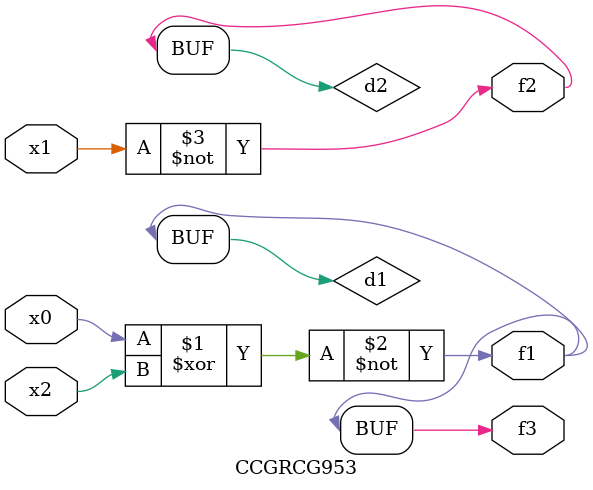
<source format=v>
module CCGRCG953(
	input x0, x1, x2,
	output f1, f2, f3
);

	wire d1, d2, d3;

	xnor (d1, x0, x2);
	nand (d2, x1);
	nor (d3, x1, x2);
	assign f1 = d1;
	assign f2 = d2;
	assign f3 = d1;
endmodule

</source>
